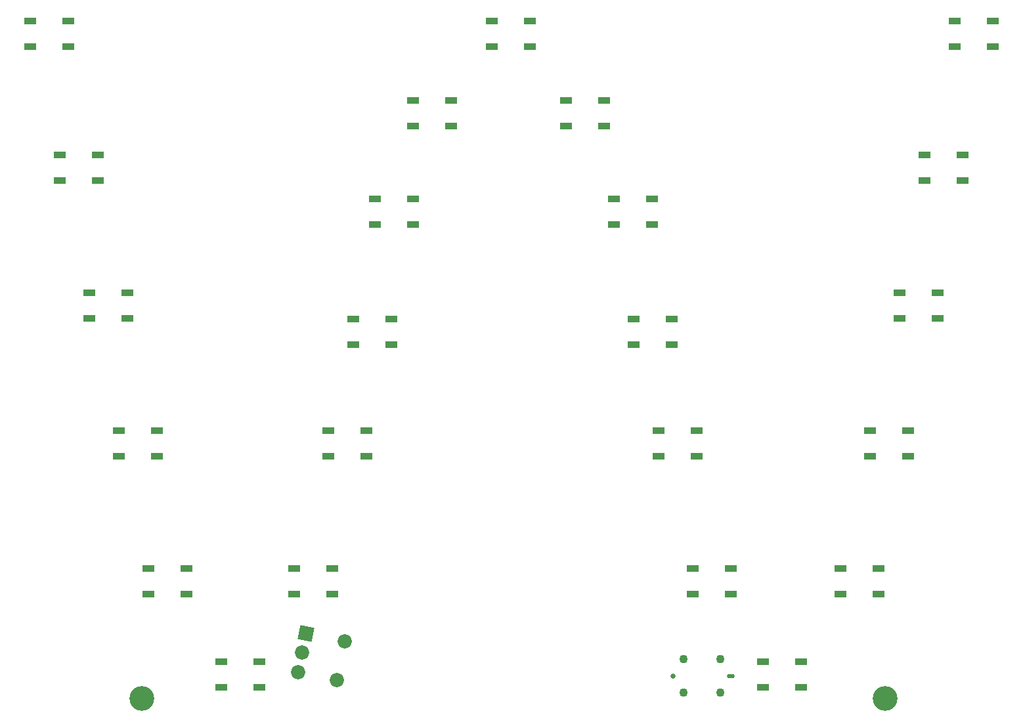
<source format=gbr>
%TF.GenerationSoftware,KiCad,Pcbnew,(7.0.0)*%
%TF.CreationDate,2023-11-18T20:53:13-06:00*%
%TF.ProjectId,LightLetter_W,4c696768-744c-4657-9474-65725f572e6b,rev?*%
%TF.SameCoordinates,PXda408f0PY8b5864b*%
%TF.FileFunction,Soldermask,Top*%
%TF.FilePolarity,Negative*%
%FSLAX46Y46*%
G04 Gerber Fmt 4.6, Leading zero omitted, Abs format (unit mm)*
G04 Created by KiCad (PCBNEW (7.0.0)) date 2023-11-18 20:53:13*
%MOMM*%
%LPD*%
G01*
G04 APERTURE LIST*
G04 Aperture macros list*
%AMRoundRect*
0 Rectangle with rounded corners*
0 $1 Rounding radius*
0 $2 $3 $4 $5 $6 $7 $8 $9 X,Y pos of 4 corners*
0 Add a 4 corners polygon primitive as box body*
4,1,4,$2,$3,$4,$5,$6,$7,$8,$9,$2,$3,0*
0 Add four circle primitives for the rounded corners*
1,1,$1+$1,$2,$3*
1,1,$1+$1,$4,$5*
1,1,$1+$1,$6,$7*
1,1,$1+$1,$8,$9*
0 Add four rect primitives between the rounded corners*
20,1,$1+$1,$2,$3,$4,$5,0*
20,1,$1+$1,$4,$5,$6,$7,0*
20,1,$1+$1,$6,$7,$8,$9,0*
20,1,$1+$1,$8,$9,$2,$3,0*%
G04 Aperture macros list end*
%ADD10RoundRect,0.102000X-0.629668X0.969603X-0.969603X-0.629668X0.629668X-0.969603X0.969603X0.629668X0*%
%ADD11C,1.839000*%
%ADD12C,3.200000*%
%ADD13C,1.100000*%
%ADD14O,1.000000X0.580000*%
%ADD15C,0.660000*%
%ADD16R,1.500000X0.900000*%
G04 APERTURE END LIST*
D10*
%TO.C,SW2*%
X-102865894Y12621809D03*
D11*
X-103393990Y10137314D03*
X-103922086Y7652819D03*
X-97896904Y11565618D03*
X-98953096Y6596628D03*
%TD*%
D12*
%TO.C,H2*%
X-124079000Y4255123D03*
%TD*%
%TO.C,H1*%
X-28194000Y4255123D03*
%TD*%
D13*
%TO.C,J3*%
X-49460000Y9272123D03*
X-54260000Y9272123D03*
X-54260000Y4972123D03*
X-49460000Y4972123D03*
D14*
X-48109999Y7122122D03*
D15*
X-55610000Y7122123D03*
%TD*%
D16*
%TO.C,D26*%
X-19213999Y91630122D03*
X-19213999Y88330122D03*
X-14313999Y88330122D03*
X-14313999Y91630122D03*
%TD*%
%TO.C,D25*%
X-23150999Y74358122D03*
X-23150999Y71058122D03*
X-18250999Y71058122D03*
X-18250999Y74358122D03*
%TD*%
%TO.C,D24*%
X-26325999Y56578122D03*
X-26325999Y53278122D03*
X-21425999Y53278122D03*
X-21425999Y56578122D03*
%TD*%
%TO.C,D23*%
X-30135999Y38798122D03*
X-30135999Y35498122D03*
X-25235999Y35498122D03*
X-25235999Y38798122D03*
%TD*%
%TO.C,D22*%
X-33945999Y21018122D03*
X-33945999Y17718122D03*
X-29045999Y17718122D03*
X-29045999Y21018122D03*
%TD*%
%TO.C,D21*%
X-43978999Y8953122D03*
X-43978999Y5653122D03*
X-39078999Y5653122D03*
X-39078999Y8953122D03*
%TD*%
%TO.C,D20*%
X-52995999Y21018122D03*
X-52995999Y17718122D03*
X-48095999Y17718122D03*
X-48095999Y21018122D03*
%TD*%
%TO.C,D19*%
X-57403999Y38799122D03*
X-57403999Y35499122D03*
X-52503999Y35499122D03*
X-52503999Y38799122D03*
%TD*%
%TO.C,D18*%
X-60615999Y53149122D03*
X-60615999Y49849122D03*
X-55715999Y49849122D03*
X-55715999Y53149122D03*
%TD*%
%TO.C,D17*%
X-63155999Y68643122D03*
X-63155999Y65343122D03*
X-58255999Y65343122D03*
X-58255999Y68643122D03*
%TD*%
%TO.C,D16*%
X-69378999Y81343122D03*
X-69378999Y78043122D03*
X-64478999Y78043122D03*
X-64478999Y81343122D03*
%TD*%
%TO.C,D15*%
X-78903999Y91630122D03*
X-78903999Y88330122D03*
X-74003999Y88330122D03*
X-74003999Y91630122D03*
%TD*%
%TO.C,D14*%
X-89063999Y81343122D03*
X-89063999Y78043122D03*
X-84163999Y78043122D03*
X-84163999Y81343122D03*
%TD*%
%TO.C,D13*%
X-94016999Y68643122D03*
X-94016999Y65343122D03*
X-89116999Y65343122D03*
X-89116999Y68643122D03*
%TD*%
%TO.C,D12*%
X-96810999Y53149122D03*
X-96810999Y49849122D03*
X-91910999Y49849122D03*
X-91910999Y53149122D03*
%TD*%
%TO.C,D11*%
X-99985999Y38798122D03*
X-99985999Y35498122D03*
X-95085999Y35498122D03*
X-95085999Y38798122D03*
%TD*%
%TO.C,D10*%
X-104430999Y21018122D03*
X-104430999Y17718122D03*
X-99530999Y17718122D03*
X-99530999Y21018122D03*
%TD*%
%TO.C,D9*%
X-113828999Y8953122D03*
X-113828999Y5653122D03*
X-108928999Y5653122D03*
X-108928999Y8953122D03*
%TD*%
%TO.C,D8*%
X-123226999Y21018122D03*
X-123226999Y17718122D03*
X-118326999Y17718122D03*
X-118326999Y21018122D03*
%TD*%
%TO.C,D7*%
X-127036999Y38798122D03*
X-127036999Y35498122D03*
X-122136999Y35498122D03*
X-122136999Y38798122D03*
%TD*%
%TO.C,D6*%
X-130846999Y56578122D03*
X-130846999Y53278122D03*
X-125946999Y53278122D03*
X-125946999Y56578122D03*
%TD*%
%TO.C,D5*%
X-134656999Y74358122D03*
X-134656999Y71058122D03*
X-129756999Y71058122D03*
X-129756999Y74358122D03*
%TD*%
%TO.C,D4*%
X-138466999Y91630122D03*
X-138466999Y88330122D03*
X-133566999Y88330122D03*
X-133566999Y91630122D03*
%TD*%
M02*

</source>
